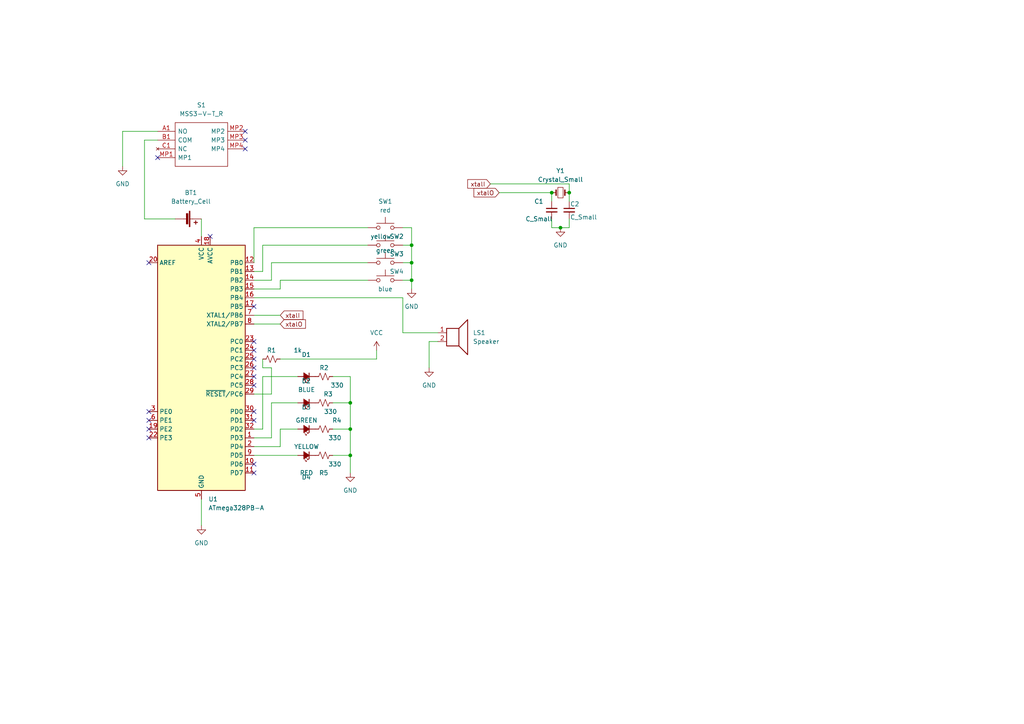
<source format=kicad_sch>
(kicad_sch (version 20211123) (generator eeschema)
  (paper "A4")
  (title_block (title "Dalton Simon Game") (company "made by Mike Fischthal"))
  (lib_symbols
    (symbol "Device:Battery_Cell" (pin_numbers hide) (pin_names (offset 0) hide)
      (property "Reference" "BT" (at 2.54 2.54 0))
      (property "Value" "Battery_Cell" (at 2.54 0 0))
      (symbol "Battery_Cell_0_1"
        (rectangle (start -2.286 1.778) (end 2.286 1.524) (fill (type outline)))
        (rectangle (start -1.5748 1.1938) (end 1.4732 0.6858) (fill (type outline)))
        (polyline (pts (xy 0 0.762) (xy 0 0)))
        (polyline (pts (xy 0 1.778) (xy 0 2.54)))
        (polyline (pts (xy 0.508 3.429) (xy 1.524 3.429)) (stroke (width 0.254)))
        (polyline (pts (xy 1.016 3.937) (xy 1.016 2.921)) (stroke (width 0.254)))
      )
      (symbol "Battery_Cell_1_1"
        (pin passive line (at 0 5.08 270) (length 2.54) (name "+") (number "1"))
        (pin passive line (at 0 -2.54 90) (length 2.54) (name "-") (number "2"))
      )
    )
    (symbol "Device:C_Small" (pin_numbers hide) (pin_names (offset 0.254) hide)
      (property "Reference" "C" (at 0.254 1.778 0))
      (property "Value" "C_Small" (at 0.254 -2.032 0))
      (symbol "C_Small_0_1"
        (polyline (pts (xy -1.524 -0.508) (xy 1.524 -0.508)) (stroke (width 0.3302)))
        (polyline (pts (xy -1.524 0.508) (xy 1.524 0.508)) (stroke (width 0.3048)))
      )
      (symbol "C_Small_1_1"
        (pin passive line (at 0 2.54 270) (length 2.032) (name "~") (number "1"))
        (pin passive line (at 0 -2.54 90) (length 2.032) (name "~") (number "2"))
      )
    )
    (symbol "Device:Crystal_Small" (pin_numbers hide) (pin_names (offset 1.016) hide)
      (property "Reference" "Y" (at 0 2.54 0))
      (property "Value" "Crystal_Small" (at 0 -2.54 0))
      (symbol "Crystal_Small_0_1"
        (rectangle (start -0.762 -1.524) (end 0.762 1.524))
        (polyline (pts (xy -1.27 -0.762) (xy -1.27 0.762)) (stroke (width 0.381)))
        (polyline (pts (xy 1.27 -0.762) (xy 1.27 0.762)) (stroke (width 0.381)))
      )
      (symbol "Crystal_Small_1_1"
        (pin passive line (at -2.54 0 0) (length 1.27) (name "1") (number "1"))
        (pin passive line (at 2.54 0 180) (length 1.27) (name "2") (number "2"))
      )
    )
    (symbol "Device:LED_Small_Filled" (pin_numbers hide) (pin_names (offset 0.254) hide)
      (property "Reference" "D" (at -1.27 3.175 0))
      (property "Value" "LED_Small_Filled" (at -4.445 -2.54 0))
      (symbol "LED_Small_Filled_0_1"
        (polyline (pts (xy -0.762 -1.016) (xy -0.762 1.016)) (stroke (width 0.254)))
        (polyline (pts (xy 1.016 0) (xy -0.762 0)))
        (polyline (pts (xy 0.762 -1.016) (xy -0.762 0) (xy 0.762 1.016) (xy 0.762 -1.016)) (stroke (width 0.254)) (fill (type outline)))
        (polyline (pts (xy 0 0.762) (xy -0.508 1.27) (xy -0.254 1.27) (xy -0.508 1.27) (xy -0.508 1.016)))
        (polyline (pts (xy 0.508 1.27) (xy 0 1.778) (xy 0.254 1.778) (xy 0 1.778) (xy 0 1.524)))
      )
      (symbol "LED_Small_Filled_1_1"
        (pin passive line (at -2.54 0 0) (length 1.778) (name "K") (number "1"))
        (pin passive line (at 2.54 0 180) (length 1.778) (name "A") (number "2"))
      )
    )
    (symbol "Device:R_Small_US" (pin_numbers hide) (pin_names (offset 0.254) hide)
      (property "Reference" "R" (at 0.762 0.508 0))
      (property "Value" "R_Small_US" (at 0.762 -1.016 0))
      (symbol "R_Small_US_1_1"
        (polyline (pts (xy 0 0) (xy 1.016 -0.381) (xy 0 -0.762) (xy -1.016 -1.143) (xy 0 -1.524)))
        (polyline (pts (xy 0 1.524) (xy 1.016 1.143) (xy 0 0.762) (xy -1.016 0.381) (xy 0 0)))
        (pin passive line (at 0 2.54 270) (length 1.016) (name "~") (number "1"))
        (pin passive line (at 0 -2.54 90) (length 1.016) (name "~") (number "2"))
      )
    )
    (symbol "Device:Speaker" (pin_names (offset 0) hide)
      (property "Reference" "LS" (at 1.27 5.715 0))
      (property "Value" "Speaker" (at 1.27 3.81 0))
      (symbol "Speaker_0_0"
        (rectangle (start -2.54 1.27) (end 1.016 -3.81) (stroke (width 0.254)))
        (polyline (pts (xy 1.016 1.27) (xy 3.556 3.81) (xy 3.556 -6.35) (xy 1.016 -3.81)) (stroke (width 0.254)))
      )
      (symbol "Speaker_1_1"
        (pin input line (at -5.08 0 0) (length 2.54) (name "1") (number "1"))
        (pin input line (at -5.08 -2.54 0) (length 2.54) (name "2") (number "2"))
      )
    )
    (symbol "MCU_Microchip_ATmega:ATmega328PB-A"
      (property "Reference" "U" (at -12.7 36.83 0))
      (property "Value" "ATmega328PB-A" (at 2.54 -36.83 0))
      (symbol "ATmega328PB-A_0_1"
        (rectangle (start -12.7 -35.56) (end 12.7 35.56) (stroke (width 0.254)) (fill (type background)))
      )
      (symbol "ATmega328PB-A_1_1"
        (pin bidirectional line (at 15.24 -20.32 180) (length 2.54) (name "PD3") (number "1"))
        (pin bidirectional line (at 15.24 -27.94 180) (length 2.54) (name "PD6") (number "10"))
        (pin bidirectional line (at 15.24 -30.48 180) (length 2.54) (name "PD7") (number "11"))
        (pin bidirectional line (at 15.24 30.48 180) (length 2.54) (name "PB0") (number "12"))
        (pin bidirectional line (at 15.24 27.94 180) (length 2.54) (name "PB1") (number "13"))
        (pin bidirectional line (at 15.24 25.4 180) (length 2.54) (name "PB2") (number "14"))
        (pin bidirectional line (at 15.24 22.86 180) (length 2.54) (name "PB3") (number "15"))
        (pin bidirectional line (at 15.24 20.32 180) (length 2.54) (name "PB4") (number "16"))
        (pin bidirectional line (at 15.24 17.78 180) (length 2.54) (name "PB5") (number "17"))
        (pin power_in line (at 2.54 38.1 270) (length 2.54) (name "AVCC") (number "18"))
        (pin bidirectional line (at -15.24 -17.78 0) (length 2.54) (name "PE2") (number "19"))
        (pin bidirectional line (at 15.24 -22.86 180) (length 2.54) (name "PD4") (number "2"))
        (pin passive line (at -15.24 30.48 0) (length 2.54) (name "AREF") (number "20"))
        (pin passive line (at 0 -38.1 90) (length 2.54) hide (name "GND") (number "21"))
        (pin bidirectional line (at -15.24 -20.32 0) (length 2.54) (name "PE3") (number "22"))
        (pin bidirectional line (at 15.24 7.62 180) (length 2.54) (name "PC0") (number "23"))
        (pin bidirectional line (at 15.24 5.08 180) (length 2.54) (name "PC1") (number "24"))
        (pin bidirectional line (at 15.24 2.54 180) (length 2.54) (name "PC2") (number "25"))
        (pin bidirectional line (at 15.24 0 180) (length 2.54) (name "PC3") (number "26"))
        (pin bidirectional line (at 15.24 -2.54 180) (length 2.54) (name "PC4") (number "27"))
        (pin bidirectional line (at 15.24 -5.08 180) (length 2.54) (name "PC5") (number "28"))
        (pin bidirectional line (at 15.24 -7.62 180) (length 2.54) (name "~{RESET}/PC6") (number "29"))
        (pin bidirectional line (at -15.24 -12.7 0) (length 2.54) (name "PE0") (number "3"))
        (pin bidirectional line (at 15.24 -12.7 180) (length 2.54) (name "PD0") (number "30"))
        (pin bidirectional line (at 15.24 -15.24 180) (length 2.54) (name "PD1") (number "31"))
        (pin bidirectional line (at 15.24 -17.78 180) (length 2.54) (name "PD2") (number "32"))
        (pin power_in line (at 0 38.1 270) (length 2.54) (name "VCC") (number "4"))
        (pin power_in line (at 0 -38.1 90) (length 2.54) (name "GND") (number "5"))
        (pin bidirectional line (at -15.24 -15.24 0) (length 2.54) (name "PE1") (number "6"))
        (pin bidirectional line (at 15.24 15.24 180) (length 2.54) (name "XTAL1/PB6") (number "7"))
        (pin bidirectional line (at 15.24 12.7 180) (length 2.54) (name "XTAL2/PB7") (number "8"))
        (pin bidirectional line (at 15.24 -25.4 180) (length 2.54) (name "PD5") (number "9"))
      )
    )
    (symbol "SamacSys_Parts:MSS3-V-T_R" (pin_names (offset 0.762))
      (property "Reference" "S" (at 21.59 7.62 0))
      (property "Value" "MSS3-V-T_R" (at 21.59 5.08 0))
      (symbol "MSS3-V-T_R_0_0"
        (pin passive line (at 0 0 0) (length 5.08) (name "NO") (number "A1"))
        (pin passive line (at 0 -2.54 0) (length 5.08) (name "COM") (number "B1"))
        (pin no_connect line (at 0 -5.08 0) (length 5.08) (name "NC") (number "C1"))
        (pin passive line (at 0 -7.62 0) (length 5.08) (name "MP1") (number "MP1"))
        (pin passive line (at 25.4 0 180) (length 5.08) (name "MP2") (number "MP2"))
        (pin passive line (at 25.4 -2.54 180) (length 5.08) (name "MP3") (number "MP3"))
        (pin passive line (at 25.4 -5.08 180) (length 5.08) (name "MP4") (number "MP4"))
      )
      (symbol "MSS3-V-T_R_0_1"
        (polyline (pts (xy 5.08 2.54) (xy 20.32 2.54) (xy 20.32 -10.16) (xy 5.08 -10.16) (xy 5.08 2.54)) (stroke (width 0.1524)))
      )
    )
    (symbol "Switch:SW_Push" (pin_numbers hide) (pin_names (offset 1.016) hide)
      (property "Reference" "SW" (at 1.27 2.54 0))
      (property "Value" "SW_Push" (at 0 -1.524 0))
      (symbol "SW_Push_0_1"
        (circle (center -2.032 0) (radius 0.508))
        (polyline (pts (xy 0 1.27) (xy 0 3.048)))
        (polyline (pts (xy 2.54 1.27) (xy -2.54 1.27)))
        (circle (center 2.032 0) (radius 0.508))
        (pin passive line (at -5.08 0 0) (length 2.54) (name "1") (number "1"))
        (pin passive line (at 5.08 0 180) (length 2.54) (name "2") (number "2"))
      )
    )
    (symbol "power:GND" (power) (pin_names (offset 0))
      (property "Value" "GND" (at 0 -3.81 0))
      (symbol "GND_0_1"
        (polyline (pts (xy 0 0) (xy 0 -1.27) (xy 1.27 -1.27) (xy 0 -2.54) (xy -1.27 -1.27) (xy 0 -1.27)))
      )
      (symbol "GND_1_1"
        (pin power_in line (at 0 0 270) (length 0) hide (name "GND") (number "1"))
      )
    )
    (symbol "power:VCC" (power) (pin_names (offset 0))
      (property "Value" "VCC" (at 0 3.81 0))
      (symbol "VCC_0_1"
        (polyline (pts (xy -0.762 1.27) (xy 0 2.54)))
        (polyline (pts (xy 0 0) (xy 0 2.54)))
        (polyline (pts (xy 0 2.54) (xy 0.762 1.27)))
      )
      (symbol "VCC_1_1"
        (pin power_in line (at 0 0 90) (length 0) hide (name "VCC") (number "1"))
      )
    )
  )
  (junction (at 101.6 132.08))
  (junction (at 165.1 55.88))
  (junction (at 160.02 55.88))
  (junction (at 101.6 124.46))
  (junction (at 119.38 76.2))
  (junction (at 101.6 116.84))
  (junction (at 119.38 81.28))
  (junction (at 162.56 66.04))
  (junction (at 119.38 71.12))
  (no_connect (at 71.12 38.1))
  (no_connect (at 71.12 40.64))
  (no_connect (at 71.12 43.18))
  (no_connect (at 45.72 45.72))
  (no_connect (at 73.66 106.68))
  (no_connect (at 73.66 109.22))
  (no_connect (at 73.66 111.76))
  (no_connect (at 73.66 119.38))
  (no_connect (at 73.66 121.92))
  (no_connect (at 43.18 119.38))
  (no_connect (at 43.18 121.92))
  (no_connect (at 73.66 134.62))
  (no_connect (at 73.66 137.16))
  (no_connect (at 43.18 124.46))
  (no_connect (at 43.18 127))
  (no_connect (at 60.96 68.58))
  (no_connect (at 73.66 88.9))
  (no_connect (at 73.66 99.06))
  (no_connect (at 73.66 101.6))
  (no_connect (at 43.18 76.2))
  (no_connect (at 73.66 104.14))
  (wire (pts (xy 73.66 114.3) (xy 78.74 114.3)))
  (wire (pts (xy 73.66 127) (xy 78.74 127)))
  (wire (pts (xy 86.36 124.46) (xy 81.28 124.46)))
  (wire (pts (xy 160.02 55.88) (xy 160.02 58.42)))
  (wire (pts (xy 116.84 76.2) (xy 119.38 76.2)))
  (wire (pts (xy 81.28 124.46) (xy 81.28 129.54)))
  (wire (pts (xy 76.2 124.46) (xy 73.66 124.46)))
  (wire (pts (xy 119.38 81.28) (xy 119.38 83.82)))
  (wire (pts (xy 78.74 76.2) (xy 78.74 81.28)))
  (wire (pts (xy 76.2 71.12) (xy 76.2 78.74)))
  (wire (pts (xy 119.38 71.12) (xy 119.38 76.2)))
  (wire (pts (xy 106.68 66.04) (xy 73.66 66.04)))
  (wire (pts (xy 116.84 71.12) (xy 119.38 71.12)))
  (wire (pts (xy 58.42 144.78) (xy 58.42 152.4)))
  (wire (pts (xy 78.74 106.68) (xy 76.2 106.68)))
  (wire (pts (xy 101.6 124.46) (xy 101.6 132.08)))
  (wire (pts (xy 73.66 91.44) (xy 81.28 91.44)))
  (wire (pts (xy 101.6 109.22) (xy 101.6 116.84)))
  (wire (pts (xy 101.6 132.08) (xy 101.6 137.16)))
  (wire (pts (xy 165.1 55.88) (xy 165.1 53.34)))
  (wire (pts (xy 160.02 55.88) (xy 144.78 55.88)))
  (wire (pts (xy 109.22 101.6) (xy 109.22 104.14)))
  (wire (pts (xy 81.28 81.28) (xy 81.28 83.82)))
  (wire (pts (xy 96.52 116.84) (xy 101.6 116.84)))
  (wire (pts (xy 81.28 104.14) (xy 109.22 104.14)))
  (wire (pts (xy 162.56 66.04) (xy 165.1 66.04)))
  (wire (pts (xy 73.66 129.54) (xy 81.28 129.54)))
  (wire (pts (xy 160.02 63.5) (xy 160.02 66.04)))
  (wire (pts (xy 106.68 81.28) (xy 81.28 81.28)))
  (wire (pts (xy 45.72 40.64) (xy 41.91 40.64)))
  (wire (pts (xy 165.1 55.88) (xy 165.1 58.42)))
  (wire (pts (xy 116.84 86.36) (xy 116.84 96.52)))
  (wire (pts (xy 165.1 63.5) (xy 165.1 66.04)))
  (wire (pts (xy 78.74 81.28) (xy 73.66 81.28)))
  (wire (pts (xy 116.84 96.52) (xy 127 96.52)))
  (wire (pts (xy 101.6 116.84) (xy 101.6 124.46)))
  (wire (pts (xy 96.52 124.46) (xy 101.6 124.46)))
  (wire (pts (xy 86.36 109.22) (xy 76.2 109.22)))
  (wire (pts (xy 76.2 104.14) (xy 76.2 106.68)))
  (wire (pts (xy 73.66 132.08) (xy 86.36 132.08)))
  (wire (pts (xy 86.36 116.84) (xy 78.74 116.84)))
  (wire (pts (xy 116.84 66.04) (xy 119.38 66.04)))
  (wire (pts (xy 119.38 76.2) (xy 119.38 81.28)))
  (wire (pts (xy 35.56 38.1) (xy 35.56 48.26)))
  (wire (pts (xy 81.28 83.82) (xy 73.66 83.82)))
  (wire (pts (xy 127 99.06) (xy 124.46 99.06)))
  (wire (pts (xy 45.72 38.1) (xy 35.56 38.1)))
  (wire (pts (xy 76.2 109.22) (xy 76.2 124.46)))
  (wire (pts (xy 81.28 93.98) (xy 73.66 93.98)))
  (wire (pts (xy 96.52 109.22) (xy 101.6 109.22)))
  (wire (pts (xy 106.68 76.2) (xy 78.74 76.2)))
  (wire (pts (xy 106.68 71.12) (xy 76.2 71.12)))
  (wire (pts (xy 78.74 114.3) (xy 78.74 106.68)))
  (wire (pts (xy 78.74 116.84) (xy 78.74 127)))
  (wire (pts (xy 160.02 66.04) (xy 162.56 66.04)))
  (wire (pts (xy 165.1 53.34) (xy 142.24 53.34)))
  (wire (pts (xy 124.46 99.06) (xy 124.46 106.68)))
  (wire (pts (xy 116.84 81.28) (xy 119.38 81.28)))
  (wire (pts (xy 96.52 132.08) (xy 101.6 132.08)))
  (wire (pts (xy 41.91 40.64) (xy 41.91 63.5)))
  (wire (pts (xy 41.91 63.5) (xy 50.8 63.5)))
  (wire (pts (xy 73.66 86.36) (xy 116.84 86.36)))
  (wire (pts (xy 76.2 78.74) (xy 73.66 78.74)))
  (wire (pts (xy 73.66 66.04) (xy 73.66 76.2)))
  (wire (pts (xy 119.38 66.04) (xy 119.38 71.12)))
  (wire (pts (xy 58.42 63.5) (xy 58.42 68.58)))
  (global_label "xtalO" (shape input) (at 144.78 55.88 180) (property "Intersheet References" "${INTERSHEET_REFS}" (effects hide)))
  (global_label "xtalO" (shape input) (at 81.28 93.98 0) (property "Intersheet References" "${INTERSHEET_REFS}" (effects hide)))
  (global_label "xtalI" (shape input) (at 81.28 91.44 0) (property "Intersheet References" "${INTERSHEET_REFS}" (effects hide)))
  (global_label "xtalI" (shape input) (at 142.24 53.34 180) (property "Intersheet References" "${INTERSHEET_REFS}" (effects hide)))
  (symbol (lib_id "Device:Crystal_Small") (at 162.56 55.88 0) (unit 1)
    (property "Reference" "Y1" (at 162.56 49.53 0))
    (property "Value" "Crystal_Small" (at 162.56 52.07 0))
    (property "Footprint" "Crystal:Crystal_SMD_HC49-SD_HandSoldering" (effects hide))
  )
  (symbol (lib_id "Switch:SW_Push") (at 111.76 76.2 0) (unit 1)
    (property "Reference" "SW3" (at 113.03 73.66 0) (effects (justify left)))
    (property "Value" "yellow" (at 110.49 68.58 0))
    (property "Footprint" "SamacSys_Parts:DTSGZML61NVTR" (effects hide))
  )
  (symbol (lib_id "Device:LED_Small_Filled") (at 88.9 116.84 180) (unit 1)
    (property "Reference" "D2" (at 88.8365 110.49 0))
    (property "Value" "GREEN" (at 88.9 121.92 0))
    (property "Footprint" "LED_SMD:LED_1206_3216Metric_Pad1.42x1.75mm_HandSolder" (effects hide))
  )
  (symbol (lib_id "Device:LED_Small_Filled") (at 88.9 132.08 180) (unit 1)
    (property "Reference" "D4" (at 88.8365 138.43 0))
    (property "Value" "RED" (at 88.9 137.16 0))
    (property "Footprint" "LED_SMD:LED_1206_3216Metric_Pad1.42x1.75mm_HandSolder" (effects hide))
  )
  (symbol (lib_id "Device:C_Small") (at 160.02 60.96 0) (unit 1)
    (property "Reference" "C1" (at 154.94 58.42 0) (effects (justify left)))
    (property "Value" "C_Small" (at 152.4 63.5 0) (effects (justify left)))
    (property "Footprint" "Capacitor_SMD:C_1206_3216Metric_Pad1.33x1.80mm_HandSolder" (effects hide))
  )
  (symbol (lib_id "Device:LED_Small_Filled") (at 88.9 124.46 180) (unit 1)
    (property "Reference" "D3" (at 88.8365 118.11 0))
    (property "Value" "YELLOW" (at 88.9 129.54 0))
    (property "Footprint" "LED_SMD:LED_1206_3216Metric_Pad1.42x1.75mm_HandSolder" (effects hide))
  )
  (symbol (lib_id "power:GND") (at 124.46 106.68 0) (unit 1)
    (property "Reference" "#PWR06" (effects hide))
    (property "Value" "GND" (at 124.46 111.76 0))
  )
  (symbol (lib_id "power:GND") (at 101.6 137.16 0) (unit 1)
    (property "Reference" "#PWR03" (effects hide))
    (property "Value" "GND" (at 101.6 142.24 0))
  )
  (symbol (lib_id "Device:R_Small_US") (at 93.98 132.08 90) (unit 1)
    (property "Reference" "R5" (at 95.25 137.16 90) (effects (justify left)))
    (property "Value" "330" (at 99.06 134.62 90) (effects (justify left)))
    (property "Footprint" "Resistor_SMD:R_1206_3216Metric_Pad1.30x1.75mm_HandSolder" (effects hide))
  )
  (symbol (lib_id "SamacSys_Parts:MSS3-V-T_R") (at 45.72 38.1 0) (unit 1)
    (property "Reference" "S1" (at 58.42 30.48 0))
    (property "Value" "MSS3-V-T_R" (at 58.42 33.02 0))
    (property "Footprint" "SamacSys_Parts:MSS3VTR" (effects hide))
    (property "Datasheet" "http://www.dip.com.tw/en/en-product-information/en-switch005/item/download/2643_3624e6da26abd0f9c3465d69564276ea" (effects hide))
    (property "Description" "Slide Switches Slide Type 1P2T (1.4mm height)" (effects hide))
    (property "Height" "1.4" (effects hide))
    (property "Mouser Part Number" "113-MSS3-V-T/R" (effects hide))
    (property "Mouser Price/Stock" "https://www.mouser.co.uk/ProductDetail/Diptronics/MSS3-V-T-R?qs=gTYE2QTfZfRmNWRHol8f8A%3D%3D" (effects hide))
    (property "Manufacturer_Name" "Diptronics" (effects hide))
    (property "Manufacturer_Part_Number" "MSS3-V-T/R" (effects hide))
  )
  (symbol (lib_id "power:GND") (at 162.56 66.04 0) (unit 1)
    (property "Reference" "#PWR07" (effects hide))
    (property "Value" "GND" (at 162.56 71.12 0))
  )
  (symbol (lib_id "Device:Speaker") (at 132.08 96.52 0) (unit 1)
    (property "Reference" "LS1" (at 137.16 96.5199 0) (effects (justify left)))
    (property "Value" "Speaker" (at 137.16 99.0599 0) (effects (justify left)))
    (property "Footprint" "SamacSys_Parts:CMR12062S67" (effects hide))
  )
  (symbol (lib_id "Device:R_Small_US") (at 78.74 104.14 270) (unit 1)
    (property "Reference" "R1" (at 78.74 101.6 90))
    (property "Value" "1k" (at 86.36 101.6 90))
    (property "Footprint" "Resistor_SMD:R_1206_3216Metric_Pad1.30x1.75mm_HandSolder" (effects hide))
  )
  (symbol (lib_id "Device:R_Small_US") (at 93.98 124.46 90) (unit 1)
    (property "Reference" "R4" (at 99.06 121.92 90) (effects (justify left)))
    (property "Value" "330" (at 99.06 127 90) (effects (justify left)))
    (property "Footprint" "Resistor_SMD:R_1206_3216Metric_Pad1.30x1.75mm_HandSolder" (effects hide))
  )
  (symbol (lib_id "power:GND") (at 58.42 152.4 0) (unit 1)
    (property "Reference" "#PWR02" (effects hide))
    (property "Value" "GND" (at 58.42 157.48 0))
  )
  (symbol (lib_id "Device:C_Small") (at 165.1 60.96 0) (unit 1)
    (property "Reference" "C2" (at 165.354 59.182 0) (effects (justify left)))
    (property "Value" "C_Small" (at 165.354 62.992 0) (effects (justify left)))
    (property "Footprint" "Capacitor_SMD:C_1206_3216Metric_Pad1.33x1.80mm_HandSolder" (effects hide))
  )
  (symbol (lib_id "Device:R_Small_US") (at 93.98 116.84 90) (unit 1)
    (property "Reference" "R3" (at 96.52 114.3 90) (effects (justify left)))
    (property "Value" "330" (at 97.79 119.38 90) (effects (justify left)))
    (property "Footprint" "Resistor_SMD:R_1206_3216Metric_Pad1.30x1.75mm_HandSolder" (effects hide))
  )
  (symbol (lib_id "Device:LED_Small_Filled") (at 88.9 109.22 180) (unit 1)
    (property "Reference" "D1" (at 88.8365 102.87 0))
    (property "Value" "BLUE" (at 88.9 113.03 0))
    (property "Footprint" "LED_SMD:LED_1206_3216Metric_Pad1.42x1.75mm_HandSolder" (effects hide))
  )
  (symbol (lib_id "Device:Battery_Cell") (at 53.34 63.5 270) (unit 1)
    (property "Reference" "BT1" (at 55.372 55.88 90))
    (property "Value" "Battery_Cell" (at 55.372 58.42 90))
    (property "Footprint" "SamacSys_Parts:SMTU2032LF" (effects hide))
  )
  (symbol (lib_id "Device:R_Small_US") (at 93.98 109.22 270) (unit 1)
    (property "Reference" "R2" (at 93.98 106.68 90))
    (property "Value" "330" (at 97.79 111.76 90))
    (property "Footprint" "Resistor_SMD:R_1206_3216Metric_Pad1.30x1.75mm_HandSolder" (effects hide))
  )
  (symbol (lib_id "power:GND") (at 119.38 83.82 0) (unit 1)
    (property "Reference" "#PWR05" (effects hide))
    (property "Value" "GND" (at 119.38 88.9 0))
  )
  (symbol (lib_id "power:GND") (at 35.56 48.26 0) (unit 1)
    (property "Reference" "#PWR01" (effects hide))
    (property "Value" "GND" (at 35.56 53.34 0))
  )
  (symbol (lib_id "power:VCC") (at 109.22 101.6 0) (unit 1)
    (property "Reference" "#PWR04" (effects hide))
    (property "Value" "VCC" (at 109.22 96.52 0))
  )
  (symbol (lib_id "Switch:SW_Push") (at 111.76 81.28 0) (unit 1)
    (property "Reference" "SW4" (at 113.03 78.74 0) (effects (justify left)))
    (property "Value" "blue" (at 111.76 83.82 0))
    (property "Footprint" "SamacSys_Parts:DTSGZML61NVTR" (effects hide))
  )
  (symbol (lib_id "Switch:SW_Push") (at 111.76 66.04 0) (unit 1)
    (property "Reference" "SW1" (at 111.76 58.42 0))
    (property "Value" "red" (at 111.76 60.96 0))
    (property "Footprint" "SamacSys_Parts:DTSGZML61NVTR" (effects hide))
  )
  (symbol (lib_id "MCU_Microchip_ATmega:ATmega328PB-A") (at 58.42 106.68 0) (unit 1)
    (property "Reference" "U1" (at 60.4394 144.78 0) (effects (justify left)))
    (property "Value" "ATmega328PB-A" (at 60.4394 147.32 0) (effects (justify left)))
    (property "Footprint" "Package_QFP:TQFP-32_7x7mm_P0.8mm" (effects hide))
    (property "Datasheet" "http://ww1.microchip.com/downloads/en/DeviceDoc/40001906C.pdf" (effects hide))
  )
  (symbol (lib_id "Switch:SW_Push") (at 111.76 71.12 0) (unit 1)
    (property "Reference" "SW2" (at 113.03 68.58 0) (effects (justify left)))
    (property "Value" "green" (at 111.76 72.644 0))
    (property "Footprint" "SamacSys_Parts:DTSGZML61NVTR" (effects hide))
  )
)
</source>
